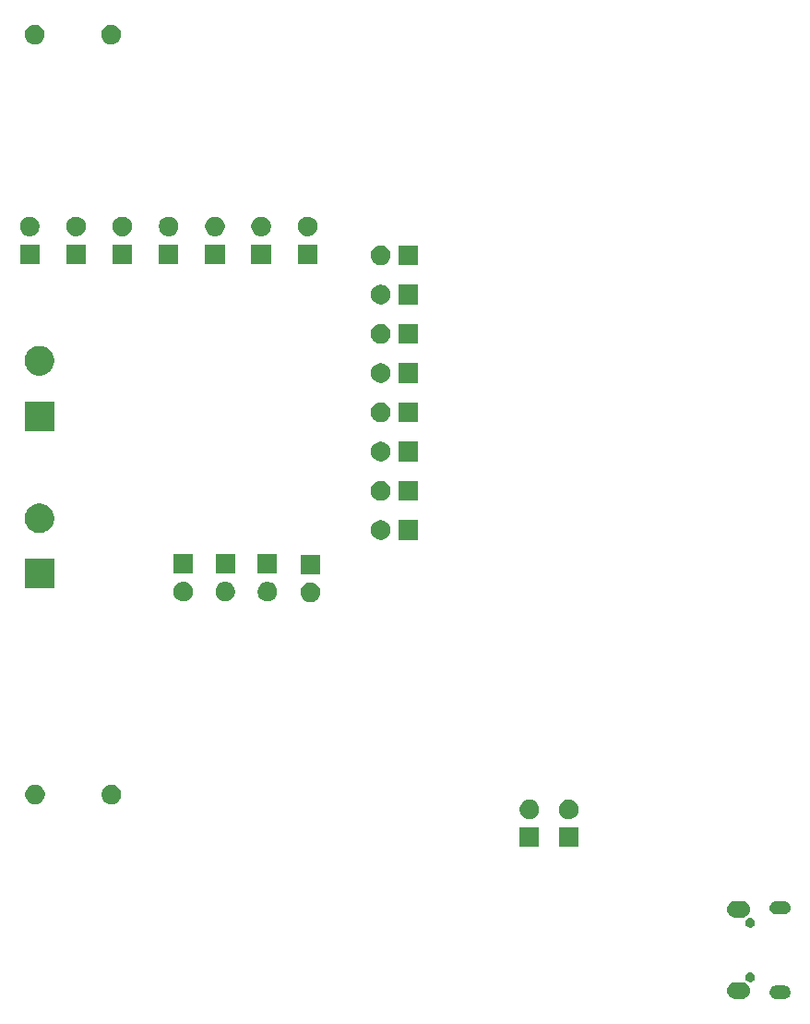
<source format=gbs>
G04 #@! TF.GenerationSoftware,KiCad,Pcbnew,(5.1.5)-2*
G04 #@! TF.CreationDate,2019-12-07T22:19:08+01:00*
G04 #@! TF.ProjectId,VS1053-ESP32-Eval,56533130-3533-42d4-9553-5033322d4576,rev?*
G04 #@! TF.SameCoordinates,PX63b8cf0PY8c94480*
G04 #@! TF.FileFunction,Soldermask,Bot*
G04 #@! TF.FilePolarity,Negative*
%FSLAX46Y46*%
G04 Gerber Fmt 4.6, Leading zero omitted, Abs format (unit mm)*
G04 Created by KiCad (PCBNEW (5.1.5)-2) date 2019-12-07 22:19:08*
%MOMM*%
%LPD*%
G04 APERTURE LIST*
%ADD10C,0.100000*%
G04 APERTURE END LIST*
D10*
G36*
X72997521Y4040957D02*
G01*
X73115334Y4005219D01*
X73115336Y4005218D01*
X73223910Y3947185D01*
X73319080Y3869080D01*
X73397185Y3773910D01*
X73455218Y3665336D01*
X73490957Y3547521D01*
X73503024Y3425000D01*
X73490957Y3302479D01*
X73455218Y3184664D01*
X73397185Y3076090D01*
X73319080Y2980920D01*
X73223910Y2902815D01*
X73135444Y2855530D01*
X73115334Y2844781D01*
X73004678Y2811214D01*
X72997521Y2809043D01*
X72905705Y2800000D01*
X72194295Y2800000D01*
X72102479Y2809043D01*
X72095322Y2811214D01*
X71984666Y2844781D01*
X71964556Y2855530D01*
X71876090Y2902815D01*
X71780920Y2980920D01*
X71702815Y3076090D01*
X71644782Y3184664D01*
X71609043Y3302479D01*
X71596976Y3425000D01*
X71609043Y3547521D01*
X71644782Y3665336D01*
X71702815Y3773910D01*
X71780920Y3869080D01*
X71876090Y3947185D01*
X71984664Y4005218D01*
X71984666Y4005219D01*
X72102479Y4040957D01*
X72194295Y4050000D01*
X72905705Y4050000D01*
X72997521Y4040957D01*
G37*
G36*
X69176926Y4338786D02*
G01*
X69323016Y4294470D01*
X69457647Y4222508D01*
X69457648Y4222507D01*
X69457650Y4222506D01*
X69575659Y4125659D01*
X69672506Y4007650D01*
X69672508Y4007647D01*
X69744470Y3873016D01*
X69788786Y3726926D01*
X69803749Y3575000D01*
X69788786Y3423074D01*
X69744470Y3276984D01*
X69672508Y3142353D01*
X69672506Y3142350D01*
X69575659Y3024341D01*
X69457650Y2927494D01*
X69457648Y2927493D01*
X69457647Y2927492D01*
X69323016Y2855530D01*
X69176926Y2811214D01*
X69063067Y2800000D01*
X68436933Y2800000D01*
X68323074Y2811214D01*
X68176984Y2855530D01*
X68042353Y2927492D01*
X68042352Y2927493D01*
X68042350Y2927494D01*
X67924341Y3024341D01*
X67827494Y3142350D01*
X67827492Y3142353D01*
X67755530Y3276984D01*
X67711214Y3423074D01*
X67696251Y3575000D01*
X67711214Y3726926D01*
X67755530Y3873016D01*
X67827492Y4007647D01*
X67827494Y4007650D01*
X67924341Y4125659D01*
X68042350Y4222506D01*
X68042352Y4222507D01*
X68042353Y4222508D01*
X68176984Y4294470D01*
X68323074Y4338786D01*
X68436933Y4350000D01*
X69063067Y4350000D01*
X69176926Y4338786D01*
G37*
G36*
X69931259Y5232707D02*
G01*
X69965182Y5218656D01*
X70013155Y5198785D01*
X70086858Y5149538D01*
X70149538Y5086858D01*
X70198785Y5013155D01*
X70218656Y4965182D01*
X70232707Y4931259D01*
X70250000Y4844322D01*
X70250000Y4755678D01*
X70232707Y4668741D01*
X70218656Y4634818D01*
X70198785Y4586845D01*
X70149538Y4513142D01*
X70086858Y4450462D01*
X70013155Y4401215D01*
X69965182Y4381344D01*
X69931259Y4367293D01*
X69844322Y4350000D01*
X69755678Y4350000D01*
X69668741Y4367293D01*
X69634818Y4381344D01*
X69586845Y4401215D01*
X69513142Y4450462D01*
X69450462Y4513142D01*
X69401215Y4586845D01*
X69381344Y4634818D01*
X69367293Y4668741D01*
X69350000Y4755678D01*
X69350000Y4844322D01*
X69367293Y4931259D01*
X69381344Y4965182D01*
X69401215Y5013155D01*
X69450462Y5086858D01*
X69513142Y5149538D01*
X69586845Y5198785D01*
X69634818Y5218656D01*
X69668741Y5232707D01*
X69755678Y5250000D01*
X69844322Y5250000D01*
X69931259Y5232707D01*
G37*
G36*
X69931259Y10232707D02*
G01*
X69965182Y10218656D01*
X70013155Y10198785D01*
X70086858Y10149538D01*
X70149538Y10086858D01*
X70198785Y10013155D01*
X70218656Y9965182D01*
X70232707Y9931259D01*
X70250000Y9844322D01*
X70250000Y9755678D01*
X70232707Y9668741D01*
X70218656Y9634818D01*
X70198785Y9586845D01*
X70149538Y9513142D01*
X70086858Y9450462D01*
X70013155Y9401215D01*
X69965182Y9381344D01*
X69931259Y9367293D01*
X69844322Y9350000D01*
X69755678Y9350000D01*
X69668741Y9367293D01*
X69634818Y9381344D01*
X69586845Y9401215D01*
X69513142Y9450462D01*
X69450462Y9513142D01*
X69401215Y9586845D01*
X69381344Y9634818D01*
X69367293Y9668741D01*
X69350000Y9755678D01*
X69350000Y9844322D01*
X69367293Y9931259D01*
X69381344Y9965182D01*
X69401215Y10013155D01*
X69450462Y10086858D01*
X69513142Y10149538D01*
X69586845Y10198785D01*
X69634818Y10218656D01*
X69668741Y10232707D01*
X69755678Y10250000D01*
X69844322Y10250000D01*
X69931259Y10232707D01*
G37*
G36*
X69176926Y11788786D02*
G01*
X69323016Y11744470D01*
X69457647Y11672508D01*
X69457648Y11672507D01*
X69457650Y11672506D01*
X69575659Y11575659D01*
X69672506Y11457650D01*
X69672508Y11457647D01*
X69744470Y11323016D01*
X69788786Y11176926D01*
X69803749Y11025000D01*
X69788786Y10873074D01*
X69744470Y10726984D01*
X69672508Y10592353D01*
X69672506Y10592350D01*
X69575659Y10474341D01*
X69457650Y10377494D01*
X69457648Y10377493D01*
X69457647Y10377492D01*
X69323016Y10305530D01*
X69176926Y10261214D01*
X69063067Y10250000D01*
X68436933Y10250000D01*
X68323074Y10261214D01*
X68176984Y10305530D01*
X68042353Y10377492D01*
X68042352Y10377493D01*
X68042350Y10377494D01*
X67924341Y10474341D01*
X67827494Y10592350D01*
X67827492Y10592353D01*
X67755530Y10726984D01*
X67711214Y10873074D01*
X67696251Y11025000D01*
X67711214Y11176926D01*
X67755530Y11323016D01*
X67827492Y11457647D01*
X67827494Y11457650D01*
X67924341Y11575659D01*
X68042350Y11672506D01*
X68042352Y11672507D01*
X68042353Y11672508D01*
X68176984Y11744470D01*
X68323074Y11788786D01*
X68436933Y11800000D01*
X69063067Y11800000D01*
X69176926Y11788786D01*
G37*
G36*
X72997521Y11790957D02*
G01*
X73115334Y11755219D01*
X73115336Y11755218D01*
X73223910Y11697185D01*
X73319080Y11619080D01*
X73397185Y11523910D01*
X73455218Y11415336D01*
X73490957Y11297521D01*
X73503024Y11175000D01*
X73490957Y11052479D01*
X73455218Y10934664D01*
X73397185Y10826090D01*
X73319080Y10730920D01*
X73223910Y10652815D01*
X73115336Y10594782D01*
X73115334Y10594781D01*
X72997521Y10559043D01*
X72905705Y10550000D01*
X72194295Y10550000D01*
X72102479Y10559043D01*
X71984666Y10594781D01*
X71984664Y10594782D01*
X71876090Y10652815D01*
X71780920Y10730920D01*
X71702815Y10826090D01*
X71644782Y10934664D01*
X71609043Y11052479D01*
X71596976Y11175000D01*
X71609043Y11297521D01*
X71644782Y11415336D01*
X71702815Y11523910D01*
X71780920Y11619080D01*
X71876090Y11697185D01*
X71984664Y11755218D01*
X71984666Y11755219D01*
X72102479Y11790957D01*
X72194295Y11800000D01*
X72905705Y11800000D01*
X72997521Y11790957D01*
G37*
G36*
X54050000Y16750000D02*
G01*
X52250000Y16750000D01*
X52250000Y18550000D01*
X54050000Y18550000D01*
X54050000Y16750000D01*
G37*
G36*
X50450000Y16750000D02*
G01*
X48650000Y16750000D01*
X48650000Y18550000D01*
X50450000Y18550000D01*
X50450000Y16750000D01*
G37*
G36*
X53354561Y21066943D02*
G01*
X53412520Y21055414D01*
X53576310Y20987570D01*
X53723717Y20889076D01*
X53849076Y20763717D01*
X53947570Y20616310D01*
X54015414Y20452520D01*
X54050000Y20278642D01*
X54050000Y20101358D01*
X54015414Y19927480D01*
X53947570Y19763690D01*
X53849076Y19616283D01*
X53723717Y19490924D01*
X53576310Y19392430D01*
X53412520Y19324586D01*
X53354561Y19313057D01*
X53238644Y19290000D01*
X53061356Y19290000D01*
X52945439Y19313057D01*
X52887480Y19324586D01*
X52723690Y19392430D01*
X52576283Y19490924D01*
X52450924Y19616283D01*
X52352430Y19763690D01*
X52284586Y19927480D01*
X52250000Y20101358D01*
X52250000Y20278642D01*
X52284586Y20452520D01*
X52352430Y20616310D01*
X52450924Y20763717D01*
X52576283Y20889076D01*
X52723690Y20987570D01*
X52887480Y21055414D01*
X52945439Y21066943D01*
X53061356Y21090000D01*
X53238644Y21090000D01*
X53354561Y21066943D01*
G37*
G36*
X49754561Y21066943D02*
G01*
X49812520Y21055414D01*
X49976310Y20987570D01*
X50123717Y20889076D01*
X50249076Y20763717D01*
X50347570Y20616310D01*
X50415414Y20452520D01*
X50450000Y20278642D01*
X50450000Y20101358D01*
X50415414Y19927480D01*
X50347570Y19763690D01*
X50249076Y19616283D01*
X50123717Y19490924D01*
X49976310Y19392430D01*
X49812520Y19324586D01*
X49754561Y19313057D01*
X49638644Y19290000D01*
X49461356Y19290000D01*
X49345439Y19313057D01*
X49287480Y19324586D01*
X49123690Y19392430D01*
X48976283Y19490924D01*
X48850924Y19616283D01*
X48752430Y19763690D01*
X48684586Y19927480D01*
X48650000Y20101358D01*
X48650000Y20278642D01*
X48684586Y20452520D01*
X48752430Y20616310D01*
X48850924Y20763717D01*
X48976283Y20889076D01*
X49123690Y20987570D01*
X49287480Y21055414D01*
X49345439Y21066943D01*
X49461356Y21090000D01*
X49638644Y21090000D01*
X49754561Y21066943D01*
G37*
G36*
X4388561Y22434943D02*
G01*
X4446520Y22423414D01*
X4610310Y22355570D01*
X4757717Y22257076D01*
X4883076Y22131717D01*
X4981570Y21984310D01*
X5049414Y21820520D01*
X5084000Y21646642D01*
X5084000Y21469358D01*
X5049414Y21295480D01*
X4981570Y21131690D01*
X4883076Y20984283D01*
X4757717Y20858924D01*
X4610310Y20760430D01*
X4446520Y20692586D01*
X4388561Y20681057D01*
X4272644Y20658000D01*
X4095356Y20658000D01*
X3979439Y20681057D01*
X3921480Y20692586D01*
X3757690Y20760430D01*
X3610283Y20858924D01*
X3484924Y20984283D01*
X3386430Y21131690D01*
X3318586Y21295480D01*
X3284000Y21469358D01*
X3284000Y21646642D01*
X3318586Y21820520D01*
X3386430Y21984310D01*
X3484924Y22131717D01*
X3610283Y22257076D01*
X3757690Y22355570D01*
X3921480Y22423414D01*
X3979439Y22434943D01*
X4095356Y22458000D01*
X4272644Y22458000D01*
X4388561Y22434943D01*
G37*
G36*
X11388561Y22434943D02*
G01*
X11446520Y22423414D01*
X11610310Y22355570D01*
X11757717Y22257076D01*
X11883076Y22131717D01*
X11981570Y21984310D01*
X12049414Y21820520D01*
X12084000Y21646642D01*
X12084000Y21469358D01*
X12049414Y21295480D01*
X11981570Y21131690D01*
X11883076Y20984283D01*
X11757717Y20858924D01*
X11610310Y20760430D01*
X11446520Y20692586D01*
X11388561Y20681057D01*
X11272644Y20658000D01*
X11095356Y20658000D01*
X10979439Y20681057D01*
X10921480Y20692586D01*
X10757690Y20760430D01*
X10610283Y20858924D01*
X10484924Y20984283D01*
X10386430Y21131690D01*
X10318586Y21295480D01*
X10284000Y21469358D01*
X10284000Y21646642D01*
X10318586Y21820520D01*
X10386430Y21984310D01*
X10484924Y22131717D01*
X10610283Y22257076D01*
X10757690Y22355570D01*
X10921480Y22423414D01*
X10979439Y22434943D01*
X11095356Y22458000D01*
X11272644Y22458000D01*
X11388561Y22434943D01*
G37*
G36*
X29654561Y40986943D02*
G01*
X29712520Y40975414D01*
X29876310Y40907570D01*
X30023717Y40809076D01*
X30149076Y40683717D01*
X30247570Y40536310D01*
X30315414Y40372520D01*
X30350000Y40198642D01*
X30350000Y40021358D01*
X30315414Y39847480D01*
X30247570Y39683690D01*
X30149076Y39536283D01*
X30023717Y39410924D01*
X29876310Y39312430D01*
X29876309Y39312429D01*
X29876308Y39312429D01*
X29833231Y39294586D01*
X29712520Y39244586D01*
X29654561Y39233057D01*
X29538644Y39210000D01*
X29361356Y39210000D01*
X29245439Y39233057D01*
X29187480Y39244586D01*
X29066769Y39294586D01*
X29023692Y39312429D01*
X29023691Y39312429D01*
X29023690Y39312430D01*
X28876283Y39410924D01*
X28750924Y39536283D01*
X28652430Y39683690D01*
X28584586Y39847480D01*
X28550000Y40021358D01*
X28550000Y40198642D01*
X28584586Y40372520D01*
X28652430Y40536310D01*
X28750924Y40683717D01*
X28876283Y40809076D01*
X29023690Y40907570D01*
X29187480Y40975414D01*
X29245439Y40986943D01*
X29361356Y41010000D01*
X29538644Y41010000D01*
X29654561Y40986943D01*
G37*
G36*
X25704561Y41036943D02*
G01*
X25762520Y41025414D01*
X25878335Y40977442D01*
X25906997Y40965570D01*
X25926310Y40957570D01*
X26073717Y40859076D01*
X26199076Y40733717D01*
X26297570Y40586310D01*
X26362101Y40430519D01*
X26365414Y40422519D01*
X26398409Y40256644D01*
X26400000Y40248642D01*
X26400000Y40071358D01*
X26365414Y39897480D01*
X26297570Y39733690D01*
X26199076Y39586283D01*
X26073717Y39460924D01*
X25926310Y39362430D01*
X25762520Y39294586D01*
X25704561Y39283057D01*
X25588644Y39260000D01*
X25411356Y39260000D01*
X25295439Y39283057D01*
X25237480Y39294586D01*
X25073690Y39362430D01*
X24926283Y39460924D01*
X24800924Y39586283D01*
X24702430Y39733690D01*
X24634586Y39897480D01*
X24600000Y40071358D01*
X24600000Y40248642D01*
X24601592Y40256644D01*
X24634586Y40422519D01*
X24637900Y40430519D01*
X24702430Y40586310D01*
X24800924Y40733717D01*
X24926283Y40859076D01*
X25073690Y40957570D01*
X25093004Y40965570D01*
X25121665Y40977442D01*
X25237480Y41025414D01*
X25295439Y41036943D01*
X25411356Y41060000D01*
X25588644Y41060000D01*
X25704561Y41036943D01*
G37*
G36*
X17988561Y41044943D02*
G01*
X18046520Y41033414D01*
X18103046Y41010000D01*
X18186545Y40975414D01*
X18210310Y40965570D01*
X18357717Y40867076D01*
X18483076Y40741717D01*
X18581570Y40594310D01*
X18581571Y40594308D01*
X18649414Y40430519D01*
X18684000Y40256644D01*
X18684000Y40079356D01*
X18672463Y40021358D01*
X18649414Y39905480D01*
X18581570Y39741690D01*
X18483076Y39594283D01*
X18357717Y39468924D01*
X18210310Y39370430D01*
X18210309Y39370429D01*
X18210308Y39370429D01*
X18190994Y39362429D01*
X18046520Y39302586D01*
X17988561Y39291057D01*
X17872644Y39268000D01*
X17695356Y39268000D01*
X17579439Y39291057D01*
X17521480Y39302586D01*
X17377006Y39362429D01*
X17357692Y39370429D01*
X17357691Y39370429D01*
X17357690Y39370430D01*
X17210283Y39468924D01*
X17084924Y39594283D01*
X16986430Y39741690D01*
X16918586Y39905480D01*
X16895537Y40021358D01*
X16884000Y40079356D01*
X16884000Y40256644D01*
X16918586Y40430519D01*
X16986429Y40594308D01*
X16986430Y40594310D01*
X17084924Y40741717D01*
X17210283Y40867076D01*
X17357690Y40965570D01*
X17381456Y40975414D01*
X17464954Y41010000D01*
X17521480Y41033414D01*
X17579439Y41044943D01*
X17695356Y41068000D01*
X17872644Y41068000D01*
X17988561Y41044943D01*
G37*
G36*
X21838561Y41044943D02*
G01*
X21896520Y41033414D01*
X21953046Y41010000D01*
X22036545Y40975414D01*
X22060310Y40965570D01*
X22207717Y40867076D01*
X22333076Y40741717D01*
X22431570Y40594310D01*
X22431571Y40594308D01*
X22499414Y40430519D01*
X22534000Y40256644D01*
X22534000Y40079356D01*
X22522463Y40021358D01*
X22499414Y39905480D01*
X22431570Y39741690D01*
X22333076Y39594283D01*
X22207717Y39468924D01*
X22060310Y39370430D01*
X22060309Y39370429D01*
X22060308Y39370429D01*
X22040994Y39362429D01*
X21896520Y39302586D01*
X21838561Y39291057D01*
X21722644Y39268000D01*
X21545356Y39268000D01*
X21429439Y39291057D01*
X21371480Y39302586D01*
X21227006Y39362429D01*
X21207692Y39370429D01*
X21207691Y39370429D01*
X21207690Y39370430D01*
X21060283Y39468924D01*
X20934924Y39594283D01*
X20836430Y39741690D01*
X20768586Y39905480D01*
X20745537Y40021358D01*
X20734000Y40079356D01*
X20734000Y40256644D01*
X20768586Y40430519D01*
X20836429Y40594308D01*
X20836430Y40594310D01*
X20934924Y40741717D01*
X21060283Y40867076D01*
X21207690Y40965570D01*
X21231456Y40975414D01*
X21314954Y41010000D01*
X21371480Y41033414D01*
X21429439Y41044943D01*
X21545356Y41068000D01*
X21722644Y41068000D01*
X21838561Y41044943D01*
G37*
G36*
X5934000Y40458000D02*
G01*
X3234000Y40458000D01*
X3234000Y43158000D01*
X5934000Y43158000D01*
X5934000Y40458000D01*
G37*
G36*
X30350000Y41750000D02*
G01*
X28550000Y41750000D01*
X28550000Y43550000D01*
X30350000Y43550000D01*
X30350000Y41750000D01*
G37*
G36*
X26400000Y41800000D02*
G01*
X24600000Y41800000D01*
X24600000Y43600000D01*
X26400000Y43600000D01*
X26400000Y41800000D01*
G37*
G36*
X22534000Y41808000D02*
G01*
X20734000Y41808000D01*
X20734000Y43608000D01*
X22534000Y43608000D01*
X22534000Y41808000D01*
G37*
G36*
X18684000Y41808000D02*
G01*
X16884000Y41808000D01*
X16884000Y43608000D01*
X18684000Y43608000D01*
X18684000Y41808000D01*
G37*
G36*
X39334000Y44908000D02*
G01*
X37534000Y44908000D01*
X37534000Y46708000D01*
X39334000Y46708000D01*
X39334000Y44908000D01*
G37*
G36*
X36098561Y46684943D02*
G01*
X36156520Y46673414D01*
X36320310Y46605570D01*
X36467717Y46507076D01*
X36593076Y46381717D01*
X36691570Y46234310D01*
X36759414Y46070520D01*
X36794000Y45896642D01*
X36794000Y45719358D01*
X36759414Y45545480D01*
X36691570Y45381690D01*
X36593076Y45234283D01*
X36467717Y45108924D01*
X36320310Y45010430D01*
X36156520Y44942586D01*
X36098561Y44931057D01*
X35982644Y44908000D01*
X35805356Y44908000D01*
X35689439Y44931057D01*
X35631480Y44942586D01*
X35467690Y45010430D01*
X35320283Y45108924D01*
X35194924Y45234283D01*
X35096430Y45381690D01*
X35028586Y45545480D01*
X34994000Y45719358D01*
X34994000Y45896642D01*
X35028586Y46070520D01*
X35096430Y46234310D01*
X35194924Y46381717D01*
X35320283Y46507076D01*
X35467690Y46605570D01*
X35631480Y46673414D01*
X35689439Y46684943D01*
X35805356Y46708000D01*
X35982644Y46708000D01*
X36098561Y46684943D01*
G37*
G36*
X4977779Y48186121D02*
G01*
X5223463Y48084355D01*
X5223465Y48084354D01*
X5444575Y47936613D01*
X5632613Y47748575D01*
X5632614Y47748573D01*
X5780355Y47527463D01*
X5882121Y47281779D01*
X5934000Y47020965D01*
X5934000Y46755035D01*
X5882121Y46494221D01*
X5835520Y46381717D01*
X5780354Y46248535D01*
X5632613Y46027425D01*
X5444575Y45839387D01*
X5223465Y45691646D01*
X5223464Y45691645D01*
X5223463Y45691645D01*
X4977779Y45589879D01*
X4716965Y45538000D01*
X4451035Y45538000D01*
X4190221Y45589879D01*
X3944537Y45691645D01*
X3944536Y45691645D01*
X3944535Y45691646D01*
X3723425Y45839387D01*
X3535387Y46027425D01*
X3387646Y46248535D01*
X3332480Y46381717D01*
X3285879Y46494221D01*
X3234000Y46755035D01*
X3234000Y47020965D01*
X3285879Y47281779D01*
X3387645Y47527463D01*
X3535386Y47748573D01*
X3535387Y47748575D01*
X3723425Y47936613D01*
X3944535Y48084354D01*
X3944537Y48084355D01*
X4190221Y48186121D01*
X4451035Y48238000D01*
X4716965Y48238000D01*
X4977779Y48186121D01*
G37*
G36*
X39334000Y48508000D02*
G01*
X37534000Y48508000D01*
X37534000Y50308000D01*
X39334000Y50308000D01*
X39334000Y48508000D01*
G37*
G36*
X36098561Y50284943D02*
G01*
X36156520Y50273414D01*
X36320310Y50205570D01*
X36467717Y50107076D01*
X36593076Y49981717D01*
X36691570Y49834310D01*
X36759414Y49670520D01*
X36794000Y49496642D01*
X36794000Y49319358D01*
X36759414Y49145480D01*
X36691570Y48981690D01*
X36593076Y48834283D01*
X36467717Y48708924D01*
X36320310Y48610430D01*
X36156520Y48542586D01*
X36098561Y48531057D01*
X35982644Y48508000D01*
X35805356Y48508000D01*
X35689439Y48531057D01*
X35631480Y48542586D01*
X35467690Y48610430D01*
X35320283Y48708924D01*
X35194924Y48834283D01*
X35096430Y48981690D01*
X35028586Y49145480D01*
X34994000Y49319358D01*
X34994000Y49496642D01*
X35028586Y49670520D01*
X35096430Y49834310D01*
X35194924Y49981717D01*
X35320283Y50107076D01*
X35467690Y50205570D01*
X35631480Y50273414D01*
X35689439Y50284943D01*
X35805356Y50308000D01*
X35982644Y50308000D01*
X36098561Y50284943D01*
G37*
G36*
X39334000Y52108000D02*
G01*
X37534000Y52108000D01*
X37534000Y53908000D01*
X39334000Y53908000D01*
X39334000Y52108000D01*
G37*
G36*
X36098561Y53884943D02*
G01*
X36156520Y53873414D01*
X36320310Y53805570D01*
X36467717Y53707076D01*
X36593076Y53581717D01*
X36691570Y53434310D01*
X36759414Y53270520D01*
X36794000Y53096642D01*
X36794000Y52919358D01*
X36759414Y52745480D01*
X36691570Y52581690D01*
X36593076Y52434283D01*
X36467717Y52308924D01*
X36320310Y52210430D01*
X36156520Y52142586D01*
X36098561Y52131057D01*
X35982644Y52108000D01*
X35805356Y52108000D01*
X35689439Y52131057D01*
X35631480Y52142586D01*
X35467690Y52210430D01*
X35320283Y52308924D01*
X35194924Y52434283D01*
X35096430Y52581690D01*
X35028586Y52745480D01*
X34994000Y52919358D01*
X34994000Y53096642D01*
X35028586Y53270520D01*
X35096430Y53434310D01*
X35194924Y53581717D01*
X35320283Y53707076D01*
X35467690Y53805570D01*
X35631480Y53873414D01*
X35689439Y53884943D01*
X35805356Y53908000D01*
X35982644Y53908000D01*
X36098561Y53884943D01*
G37*
G36*
X5934000Y54908000D02*
G01*
X3234000Y54908000D01*
X3234000Y57608000D01*
X5934000Y57608000D01*
X5934000Y54908000D01*
G37*
G36*
X39334000Y55708000D02*
G01*
X37534000Y55708000D01*
X37534000Y57508000D01*
X39334000Y57508000D01*
X39334000Y55708000D01*
G37*
G36*
X36098561Y57484943D02*
G01*
X36156520Y57473414D01*
X36320310Y57405570D01*
X36467717Y57307076D01*
X36593076Y57181717D01*
X36691570Y57034310D01*
X36759414Y56870520D01*
X36794000Y56696642D01*
X36794000Y56519358D01*
X36759414Y56345480D01*
X36691570Y56181690D01*
X36593076Y56034283D01*
X36467717Y55908924D01*
X36320310Y55810430D01*
X36156520Y55742586D01*
X36098561Y55731057D01*
X35982644Y55708000D01*
X35805356Y55708000D01*
X35689439Y55731057D01*
X35631480Y55742586D01*
X35467690Y55810430D01*
X35320283Y55908924D01*
X35194924Y56034283D01*
X35096430Y56181690D01*
X35028586Y56345480D01*
X34994000Y56519358D01*
X34994000Y56696642D01*
X35028586Y56870520D01*
X35096430Y57034310D01*
X35194924Y57181717D01*
X35320283Y57307076D01*
X35467690Y57405570D01*
X35631480Y57473414D01*
X35689439Y57484943D01*
X35805356Y57508000D01*
X35982644Y57508000D01*
X36098561Y57484943D01*
G37*
G36*
X39334000Y59308000D02*
G01*
X37534000Y59308000D01*
X37534000Y61108000D01*
X39334000Y61108000D01*
X39334000Y59308000D01*
G37*
G36*
X36098561Y61084943D02*
G01*
X36156520Y61073414D01*
X36320310Y61005570D01*
X36467717Y60907076D01*
X36593076Y60781717D01*
X36691570Y60634310D01*
X36759414Y60470520D01*
X36794000Y60296642D01*
X36794000Y60119358D01*
X36759414Y59945480D01*
X36691570Y59781690D01*
X36593076Y59634283D01*
X36467717Y59508924D01*
X36320310Y59410430D01*
X36156520Y59342586D01*
X36098561Y59331057D01*
X35982644Y59308000D01*
X35805356Y59308000D01*
X35689439Y59331057D01*
X35631480Y59342586D01*
X35467690Y59410430D01*
X35320283Y59508924D01*
X35194924Y59634283D01*
X35096430Y59781690D01*
X35028586Y59945480D01*
X34994000Y60119358D01*
X34994000Y60296642D01*
X35028586Y60470520D01*
X35096430Y60634310D01*
X35194924Y60781717D01*
X35320283Y60907076D01*
X35467690Y61005570D01*
X35631480Y61073414D01*
X35689439Y61084943D01*
X35805356Y61108000D01*
X35982644Y61108000D01*
X36098561Y61084943D01*
G37*
G36*
X4977779Y62636121D02*
G01*
X5223463Y62534355D01*
X5223465Y62534354D01*
X5444575Y62386613D01*
X5632613Y62198575D01*
X5632614Y62198573D01*
X5780355Y61977463D01*
X5882121Y61731779D01*
X5934000Y61470965D01*
X5934000Y61205035D01*
X5882121Y60944221D01*
X5780355Y60698537D01*
X5780354Y60698535D01*
X5632613Y60477425D01*
X5444575Y60289387D01*
X5223465Y60141646D01*
X5223464Y60141645D01*
X5223463Y60141645D01*
X4977779Y60039879D01*
X4716965Y59988000D01*
X4451035Y59988000D01*
X4190221Y60039879D01*
X3944537Y60141645D01*
X3944536Y60141645D01*
X3944535Y60141646D01*
X3723425Y60289387D01*
X3535387Y60477425D01*
X3387646Y60698535D01*
X3387645Y60698537D01*
X3285879Y60944221D01*
X3234000Y61205035D01*
X3234000Y61470965D01*
X3285879Y61731779D01*
X3387645Y61977463D01*
X3535386Y62198573D01*
X3535387Y62198575D01*
X3723425Y62386613D01*
X3944535Y62534354D01*
X3944537Y62534355D01*
X4190221Y62636121D01*
X4451035Y62688000D01*
X4716965Y62688000D01*
X4977779Y62636121D01*
G37*
G36*
X39334000Y62908000D02*
G01*
X37534000Y62908000D01*
X37534000Y64708000D01*
X39334000Y64708000D01*
X39334000Y62908000D01*
G37*
G36*
X36098561Y64684943D02*
G01*
X36156520Y64673414D01*
X36320310Y64605570D01*
X36467717Y64507076D01*
X36593076Y64381717D01*
X36691570Y64234310D01*
X36759414Y64070520D01*
X36794000Y63896642D01*
X36794000Y63719358D01*
X36759414Y63545480D01*
X36691570Y63381690D01*
X36593076Y63234283D01*
X36467717Y63108924D01*
X36320310Y63010430D01*
X36156520Y62942586D01*
X36098561Y62931057D01*
X35982644Y62908000D01*
X35805356Y62908000D01*
X35689439Y62931057D01*
X35631480Y62942586D01*
X35467690Y63010430D01*
X35320283Y63108924D01*
X35194924Y63234283D01*
X35096430Y63381690D01*
X35028586Y63545480D01*
X34994000Y63719358D01*
X34994000Y63896642D01*
X35028586Y64070520D01*
X35096430Y64234310D01*
X35194924Y64381717D01*
X35320283Y64507076D01*
X35467690Y64605570D01*
X35631480Y64673414D01*
X35689439Y64684943D01*
X35805356Y64708000D01*
X35982644Y64708000D01*
X36098561Y64684943D01*
G37*
G36*
X39334000Y66508000D02*
G01*
X37534000Y66508000D01*
X37534000Y68308000D01*
X39334000Y68308000D01*
X39334000Y66508000D01*
G37*
G36*
X36098561Y68284943D02*
G01*
X36156520Y68273414D01*
X36320310Y68205570D01*
X36467717Y68107076D01*
X36593076Y67981717D01*
X36691570Y67834310D01*
X36759414Y67670520D01*
X36794000Y67496642D01*
X36794000Y67319358D01*
X36759414Y67145480D01*
X36691570Y66981690D01*
X36593076Y66834283D01*
X36467717Y66708924D01*
X36320310Y66610430D01*
X36156520Y66542586D01*
X36098561Y66531057D01*
X35982644Y66508000D01*
X35805356Y66508000D01*
X35689439Y66531057D01*
X35631480Y66542586D01*
X35467690Y66610430D01*
X35320283Y66708924D01*
X35194924Y66834283D01*
X35096430Y66981690D01*
X35028586Y67145480D01*
X34994000Y67319358D01*
X34994000Y67496642D01*
X35028586Y67670520D01*
X35096430Y67834310D01*
X35194924Y67981717D01*
X35320283Y68107076D01*
X35467690Y68205570D01*
X35631480Y68273414D01*
X35689439Y68284943D01*
X35805356Y68308000D01*
X35982644Y68308000D01*
X36098561Y68284943D01*
G37*
G36*
X39334000Y70108000D02*
G01*
X37534000Y70108000D01*
X37534000Y71908000D01*
X39334000Y71908000D01*
X39334000Y70108000D01*
G37*
G36*
X36098561Y71884943D02*
G01*
X36156520Y71873414D01*
X36320310Y71805570D01*
X36467717Y71707076D01*
X36593076Y71581717D01*
X36691570Y71434310D01*
X36759414Y71270520D01*
X36794000Y71096642D01*
X36794000Y70919358D01*
X36759414Y70745480D01*
X36691570Y70581690D01*
X36593076Y70434283D01*
X36467717Y70308924D01*
X36320310Y70210430D01*
X36320309Y70210429D01*
X36320308Y70210429D01*
X36272335Y70190558D01*
X36156520Y70142586D01*
X36098561Y70131057D01*
X35982644Y70108000D01*
X35805356Y70108000D01*
X35689439Y70131057D01*
X35631480Y70142586D01*
X35515665Y70190558D01*
X35467692Y70210429D01*
X35467691Y70210429D01*
X35467690Y70210430D01*
X35320283Y70308924D01*
X35194924Y70434283D01*
X35096430Y70581690D01*
X35028586Y70745480D01*
X34994000Y70919358D01*
X34994000Y71096642D01*
X35028586Y71270520D01*
X35096430Y71434310D01*
X35194924Y71581717D01*
X35320283Y71707076D01*
X35467690Y71805570D01*
X35631480Y71873414D01*
X35689439Y71884943D01*
X35805356Y71908000D01*
X35982644Y71908000D01*
X36098561Y71884943D01*
G37*
G36*
X25834000Y70208000D02*
G01*
X24034000Y70208000D01*
X24034000Y72008000D01*
X25834000Y72008000D01*
X25834000Y70208000D01*
G37*
G36*
X4584000Y70208000D02*
G01*
X2784000Y70208000D01*
X2784000Y72008000D01*
X4584000Y72008000D01*
X4584000Y70208000D01*
G37*
G36*
X8834000Y70208000D02*
G01*
X7034000Y70208000D01*
X7034000Y72008000D01*
X8834000Y72008000D01*
X8834000Y70208000D01*
G37*
G36*
X13084000Y70208000D02*
G01*
X11284000Y70208000D01*
X11284000Y72008000D01*
X13084000Y72008000D01*
X13084000Y70208000D01*
G37*
G36*
X17334000Y70208000D02*
G01*
X15534000Y70208000D01*
X15534000Y72008000D01*
X17334000Y72008000D01*
X17334000Y70208000D01*
G37*
G36*
X30084000Y70208000D02*
G01*
X28284000Y70208000D01*
X28284000Y72008000D01*
X30084000Y72008000D01*
X30084000Y70208000D01*
G37*
G36*
X21584000Y70208000D02*
G01*
X19784000Y70208000D01*
X19784000Y72008000D01*
X21584000Y72008000D01*
X21584000Y70208000D01*
G37*
G36*
X8138561Y74524943D02*
G01*
X8196520Y74513414D01*
X8360310Y74445570D01*
X8507717Y74347076D01*
X8633076Y74221717D01*
X8731570Y74074310D01*
X8799414Y73910520D01*
X8834000Y73736642D01*
X8834000Y73559358D01*
X8799414Y73385480D01*
X8731570Y73221690D01*
X8633076Y73074283D01*
X8507717Y72948924D01*
X8360310Y72850430D01*
X8196520Y72782586D01*
X8138561Y72771057D01*
X8022644Y72748000D01*
X7845356Y72748000D01*
X7729439Y72771057D01*
X7671480Y72782586D01*
X7507690Y72850430D01*
X7360283Y72948924D01*
X7234924Y73074283D01*
X7136430Y73221690D01*
X7068586Y73385480D01*
X7034000Y73559358D01*
X7034000Y73736642D01*
X7068586Y73910520D01*
X7136430Y74074310D01*
X7234924Y74221717D01*
X7360283Y74347076D01*
X7507690Y74445570D01*
X7671480Y74513414D01*
X7729439Y74524943D01*
X7845356Y74548000D01*
X8022644Y74548000D01*
X8138561Y74524943D01*
G37*
G36*
X3888561Y74524943D02*
G01*
X3946520Y74513414D01*
X4110310Y74445570D01*
X4257717Y74347076D01*
X4383076Y74221717D01*
X4481570Y74074310D01*
X4549414Y73910520D01*
X4584000Y73736642D01*
X4584000Y73559358D01*
X4549414Y73385480D01*
X4481570Y73221690D01*
X4383076Y73074283D01*
X4257717Y72948924D01*
X4110310Y72850430D01*
X3946520Y72782586D01*
X3888561Y72771057D01*
X3772644Y72748000D01*
X3595356Y72748000D01*
X3479439Y72771057D01*
X3421480Y72782586D01*
X3257690Y72850430D01*
X3110283Y72948924D01*
X2984924Y73074283D01*
X2886430Y73221690D01*
X2818586Y73385480D01*
X2784000Y73559358D01*
X2784000Y73736642D01*
X2818586Y73910520D01*
X2886430Y74074310D01*
X2984924Y74221717D01*
X3110283Y74347076D01*
X3257690Y74445570D01*
X3421480Y74513414D01*
X3479439Y74524943D01*
X3595356Y74548000D01*
X3772644Y74548000D01*
X3888561Y74524943D01*
G37*
G36*
X16638561Y74524943D02*
G01*
X16696520Y74513414D01*
X16860310Y74445570D01*
X17007717Y74347076D01*
X17133076Y74221717D01*
X17231570Y74074310D01*
X17299414Y73910520D01*
X17334000Y73736642D01*
X17334000Y73559358D01*
X17299414Y73385480D01*
X17231570Y73221690D01*
X17133076Y73074283D01*
X17007717Y72948924D01*
X16860310Y72850430D01*
X16696520Y72782586D01*
X16638561Y72771057D01*
X16522644Y72748000D01*
X16345356Y72748000D01*
X16229439Y72771057D01*
X16171480Y72782586D01*
X16007690Y72850430D01*
X15860283Y72948924D01*
X15734924Y73074283D01*
X15636430Y73221690D01*
X15568586Y73385480D01*
X15534000Y73559358D01*
X15534000Y73736642D01*
X15568586Y73910520D01*
X15636430Y74074310D01*
X15734924Y74221717D01*
X15860283Y74347076D01*
X16007690Y74445570D01*
X16171480Y74513414D01*
X16229439Y74524943D01*
X16345356Y74548000D01*
X16522644Y74548000D01*
X16638561Y74524943D01*
G37*
G36*
X20888561Y74524943D02*
G01*
X20946520Y74513414D01*
X21110310Y74445570D01*
X21257717Y74347076D01*
X21383076Y74221717D01*
X21481570Y74074310D01*
X21549414Y73910520D01*
X21584000Y73736642D01*
X21584000Y73559358D01*
X21549414Y73385480D01*
X21481570Y73221690D01*
X21383076Y73074283D01*
X21257717Y72948924D01*
X21110310Y72850430D01*
X20946520Y72782586D01*
X20888561Y72771057D01*
X20772644Y72748000D01*
X20595356Y72748000D01*
X20479439Y72771057D01*
X20421480Y72782586D01*
X20257690Y72850430D01*
X20110283Y72948924D01*
X19984924Y73074283D01*
X19886430Y73221690D01*
X19818586Y73385480D01*
X19784000Y73559358D01*
X19784000Y73736642D01*
X19818586Y73910520D01*
X19886430Y74074310D01*
X19984924Y74221717D01*
X20110283Y74347076D01*
X20257690Y74445570D01*
X20421480Y74513414D01*
X20479439Y74524943D01*
X20595356Y74548000D01*
X20772644Y74548000D01*
X20888561Y74524943D01*
G37*
G36*
X25138561Y74524943D02*
G01*
X25196520Y74513414D01*
X25360310Y74445570D01*
X25507717Y74347076D01*
X25633076Y74221717D01*
X25731570Y74074310D01*
X25799414Y73910520D01*
X25834000Y73736642D01*
X25834000Y73559358D01*
X25799414Y73385480D01*
X25731570Y73221690D01*
X25633076Y73074283D01*
X25507717Y72948924D01*
X25360310Y72850430D01*
X25196520Y72782586D01*
X25138561Y72771057D01*
X25022644Y72748000D01*
X24845356Y72748000D01*
X24729439Y72771057D01*
X24671480Y72782586D01*
X24507690Y72850430D01*
X24360283Y72948924D01*
X24234924Y73074283D01*
X24136430Y73221690D01*
X24068586Y73385480D01*
X24034000Y73559358D01*
X24034000Y73736642D01*
X24068586Y73910520D01*
X24136430Y74074310D01*
X24234924Y74221717D01*
X24360283Y74347076D01*
X24507690Y74445570D01*
X24671480Y74513414D01*
X24729439Y74524943D01*
X24845356Y74548000D01*
X25022644Y74548000D01*
X25138561Y74524943D01*
G37*
G36*
X29388561Y74524943D02*
G01*
X29446520Y74513414D01*
X29610310Y74445570D01*
X29757717Y74347076D01*
X29883076Y74221717D01*
X29981570Y74074310D01*
X30049414Y73910520D01*
X30084000Y73736642D01*
X30084000Y73559358D01*
X30049414Y73385480D01*
X29981570Y73221690D01*
X29883076Y73074283D01*
X29757717Y72948924D01*
X29610310Y72850430D01*
X29446520Y72782586D01*
X29388561Y72771057D01*
X29272644Y72748000D01*
X29095356Y72748000D01*
X28979439Y72771057D01*
X28921480Y72782586D01*
X28757690Y72850430D01*
X28610283Y72948924D01*
X28484924Y73074283D01*
X28386430Y73221690D01*
X28318586Y73385480D01*
X28284000Y73559358D01*
X28284000Y73736642D01*
X28318586Y73910520D01*
X28386430Y74074310D01*
X28484924Y74221717D01*
X28610283Y74347076D01*
X28757690Y74445570D01*
X28921480Y74513414D01*
X28979439Y74524943D01*
X29095356Y74548000D01*
X29272644Y74548000D01*
X29388561Y74524943D01*
G37*
G36*
X12388561Y74524943D02*
G01*
X12446520Y74513414D01*
X12610310Y74445570D01*
X12757717Y74347076D01*
X12883076Y74221717D01*
X12981570Y74074310D01*
X13049414Y73910520D01*
X13084000Y73736642D01*
X13084000Y73559358D01*
X13049414Y73385480D01*
X12981570Y73221690D01*
X12883076Y73074283D01*
X12757717Y72948924D01*
X12610310Y72850430D01*
X12446520Y72782586D01*
X12388561Y72771057D01*
X12272644Y72748000D01*
X12095356Y72748000D01*
X11979439Y72771057D01*
X11921480Y72782586D01*
X11757690Y72850430D01*
X11610283Y72948924D01*
X11484924Y73074283D01*
X11386430Y73221690D01*
X11318586Y73385480D01*
X11284000Y73559358D01*
X11284000Y73736642D01*
X11318586Y73910520D01*
X11386430Y74074310D01*
X11484924Y74221717D01*
X11610283Y74347076D01*
X11757690Y74445570D01*
X11921480Y74513414D01*
X11979439Y74524943D01*
X12095356Y74548000D01*
X12272644Y74548000D01*
X12388561Y74524943D01*
G37*
G36*
X4354561Y92126943D02*
G01*
X4412520Y92115414D01*
X4576310Y92047570D01*
X4723717Y91949076D01*
X4849076Y91823717D01*
X4947570Y91676310D01*
X5015414Y91512520D01*
X5050000Y91338642D01*
X5050000Y91161358D01*
X5015414Y90987480D01*
X4947570Y90823690D01*
X4849076Y90676283D01*
X4723717Y90550924D01*
X4576310Y90452430D01*
X4412520Y90384586D01*
X4354561Y90373057D01*
X4238644Y90350000D01*
X4061356Y90350000D01*
X3945439Y90373057D01*
X3887480Y90384586D01*
X3723690Y90452430D01*
X3576283Y90550924D01*
X3450924Y90676283D01*
X3352430Y90823690D01*
X3284586Y90987480D01*
X3250000Y91161358D01*
X3250000Y91338642D01*
X3284586Y91512520D01*
X3352430Y91676310D01*
X3450924Y91823717D01*
X3576283Y91949076D01*
X3723690Y92047570D01*
X3887480Y92115414D01*
X3945439Y92126943D01*
X4061356Y92150000D01*
X4238644Y92150000D01*
X4354561Y92126943D01*
G37*
G36*
X11354561Y92126943D02*
G01*
X11412520Y92115414D01*
X11576310Y92047570D01*
X11723717Y91949076D01*
X11849076Y91823717D01*
X11947570Y91676310D01*
X12015414Y91512520D01*
X12050000Y91338642D01*
X12050000Y91161358D01*
X12015414Y90987480D01*
X11947570Y90823690D01*
X11849076Y90676283D01*
X11723717Y90550924D01*
X11576310Y90452430D01*
X11412520Y90384586D01*
X11354561Y90373057D01*
X11238644Y90350000D01*
X11061356Y90350000D01*
X10945439Y90373057D01*
X10887480Y90384586D01*
X10723690Y90452430D01*
X10576283Y90550924D01*
X10450924Y90676283D01*
X10352430Y90823690D01*
X10284586Y90987480D01*
X10250000Y91161358D01*
X10250000Y91338642D01*
X10284586Y91512520D01*
X10352430Y91676310D01*
X10450924Y91823717D01*
X10576283Y91949076D01*
X10723690Y92047570D01*
X10887480Y92115414D01*
X10945439Y92126943D01*
X11061356Y92150000D01*
X11238644Y92150000D01*
X11354561Y92126943D01*
G37*
M02*

</source>
